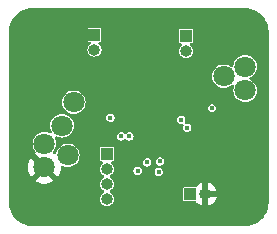
<source format=gbr>
%TF.GenerationSoftware,KiCad,Pcbnew,7.0.2-6a45011f42~172~ubuntu22.04.1*%
%TF.CreationDate,2023-05-25T16:12:51+01:00*%
%TF.ProjectId,module_stspin250,6d6f6475-6c65-45f7-9374-7370696e3235,rev?*%
%TF.SameCoordinates,Original*%
%TF.FileFunction,Copper,L2,Inr*%
%TF.FilePolarity,Positive*%
%FSLAX46Y46*%
G04 Gerber Fmt 4.6, Leading zero omitted, Abs format (unit mm)*
G04 Created by KiCad (PCBNEW 7.0.2-6a45011f42~172~ubuntu22.04.1) date 2023-05-25 16:12:51*
%MOMM*%
%LPD*%
G01*
G04 APERTURE LIST*
%TA.AperFunction,ComponentPad*%
%ADD10R,1.000000X1.000000*%
%TD*%
%TA.AperFunction,ComponentPad*%
%ADD11O,1.000000X1.000000*%
%TD*%
%TA.AperFunction,ComponentPad*%
%ADD12C,1.800000*%
%TD*%
%TA.AperFunction,ViaPad*%
%ADD13C,0.400000*%
%TD*%
G04 APERTURE END LIST*
D10*
%TO.N,VCC*%
%TO.C,J4*%
X15350000Y2700000D03*
D11*
%TO.N,GND*%
X16620000Y2700000D03*
%TD*%
D12*
%TO.N,PWMA*%
%TO.C,J5*%
X4500000Y8500000D03*
%TD*%
%TO.N,unconnected-(J9-Pin_1-Pad1)*%
%TO.C,J9*%
X20000000Y13500000D03*
%TD*%
%TO.N,+3.3V*%
%TO.C,J7*%
X5500000Y10500000D03*
%TD*%
%TO.N,GND*%
%TO.C,J8*%
X3000000Y5000000D03*
%TD*%
%TO.N,unconnected-(J9-Pin_1-Pad1)*%
%TO.C,J9*%
X20000000Y11500000D03*
%TD*%
D10*
%TO.N,OUTB1*%
%TO.C,J1*%
X15000000Y16100000D03*
D11*
%TO.N,OUTB2*%
X15000000Y14830000D03*
%TD*%
D12*
%TO.N,unconnected-(J10-Pin_1-Pad1)*%
%TO.C,J10*%
X18200000Y12700000D03*
%TD*%
%TO.N,unconnected-(J11-Pin_1-Pad1)*%
%TO.C,J11*%
X3000000Y7000000D03*
%TD*%
D10*
%TO.N,PWMA*%
%TO.C,J3*%
X8300000Y6100000D03*
D11*
%TO.N,PHA*%
X8300000Y4830000D03*
%TO.N,PWMB*%
X8300000Y3560000D03*
%TO.N,PHB*%
X8300000Y2290000D03*
%TD*%
D10*
%TO.N,OUTA1*%
%TO.C,J2*%
X7250000Y16220000D03*
D11*
%TO.N,OUTA2*%
X7250000Y14950000D03*
%TD*%
D12*
%TO.N,PHA*%
%TO.C,J6*%
X5000000Y6000000D03*
%TD*%
D13*
%TO.N,GND*%
X12800000Y6900000D03*
X15100000Y8900000D03*
X12100000Y7600000D03*
X13500000Y7600000D03*
X12800000Y8300000D03*
X12800000Y7600000D03*
%TO.N,VCC*%
X8600000Y9200000D03*
X17200000Y10000000D03*
%TO.N,OUTA1*%
X11700000Y5400000D03*
%TO.N,OUTB1*%
X14600000Y9000000D03*
%TO.N,OUTA2*%
X12700000Y4600000D03*
%TO.N,PWMB*%
X10200000Y7600000D03*
%TO.N,PWMA*%
X10900000Y4700000D03*
%TO.N,PHB*%
X9500000Y7600000D03*
%TO.N,/SENSE*%
X12800000Y5500000D03*
X15100000Y8327558D03*
%TD*%
%TA.AperFunction,Conductor*%
%TO.N,GND*%
G36*
X20004041Y18489236D02*
G01*
X20027062Y18487728D01*
X20251587Y18473012D01*
X20267647Y18470897D01*
X20506955Y18423296D01*
X20522606Y18419102D01*
X20753656Y18340671D01*
X20768634Y18334467D01*
X20987460Y18226554D01*
X21001506Y18218444D01*
X21204372Y18082894D01*
X21217241Y18073020D01*
X21400678Y17912149D01*
X21412147Y17900680D01*
X21573018Y17717243D01*
X21582892Y17704374D01*
X21718442Y17501508D01*
X21726552Y17487462D01*
X21834465Y17268637D01*
X21840672Y17253652D01*
X21919097Y17022620D01*
X21923295Y17006952D01*
X21970894Y16767654D01*
X21973011Y16751574D01*
X21989233Y16504092D01*
X21989499Y16495981D01*
X21989499Y2004052D01*
X21989234Y1995942D01*
X21973011Y1748423D01*
X21970893Y1732341D01*
X21923294Y1493049D01*
X21919096Y1477383D01*
X21840671Y1246350D01*
X21834464Y1231364D01*
X21726552Y1012540D01*
X21718442Y998493D01*
X21582891Y795627D01*
X21573017Y782759D01*
X21412147Y599322D01*
X21400678Y587853D01*
X21217241Y426983D01*
X21204373Y417109D01*
X21001507Y281558D01*
X20987460Y273448D01*
X20768636Y165536D01*
X20753650Y159329D01*
X20522617Y80904D01*
X20506951Y76706D01*
X20267659Y29107D01*
X20251577Y26989D01*
X20004043Y10765D01*
X19995933Y10500D01*
X2004067Y10500D01*
X1995957Y10765D01*
X1748422Y26989D01*
X1732340Y29107D01*
X1493048Y76706D01*
X1477382Y80904D01*
X1246349Y159329D01*
X1231363Y165536D01*
X1012539Y273448D01*
X998492Y281558D01*
X795626Y417109D01*
X782758Y426983D01*
X599321Y587853D01*
X587852Y599322D01*
X426982Y782759D01*
X417108Y795627D01*
X360311Y880629D01*
X281557Y998493D01*
X273447Y1012540D01*
X225942Y1108871D01*
X165532Y1231371D01*
X159331Y1246343D01*
X80900Y1477394D01*
X76708Y1493037D01*
X29104Y1732353D01*
X26989Y1748414D01*
X10765Y1995958D01*
X10500Y2004067D01*
X10500Y2028074D01*
X10499Y2028080D01*
X10499Y2290001D01*
X7704404Y2290001D01*
X7717427Y2191088D01*
X7724699Y2135849D01*
X7743766Y2089817D01*
X7779291Y2004052D01*
X7784200Y1992202D01*
X7878851Y1868851D01*
X8002202Y1774200D01*
X8145849Y1714699D01*
X8300000Y1694405D01*
X8454151Y1714699D01*
X8597798Y1774200D01*
X8721149Y1868851D01*
X8815800Y1992202D01*
X8875301Y2135849D01*
X8882573Y2191087D01*
X14759500Y2191087D01*
X14764750Y2164690D01*
X14764751Y2164689D01*
X14784753Y2134753D01*
X14814689Y2114751D01*
X14841087Y2109500D01*
X15752317Y2109501D01*
X15819356Y2089817D01*
X15848169Y2064167D01*
X15909471Y1989473D01*
X16061742Y1864507D01*
X16235463Y1771651D01*
X16370000Y1730840D01*
X16370000Y2492328D01*
X16407871Y2447195D01*
X16507129Y2389888D01*
X16591564Y2375000D01*
X16648436Y2375000D01*
X16732871Y2389888D01*
X16832129Y2447195D01*
X16834483Y2450000D01*
X16870000Y2450000D01*
X16870000Y1730841D01*
X17004536Y1771651D01*
X17178257Y1864507D01*
X17330527Y1989473D01*
X17455493Y2141743D01*
X17548350Y2315466D01*
X17589160Y2449999D01*
X17589160Y2450000D01*
X16870000Y2450000D01*
X16834483Y2450000D01*
X16905801Y2534993D01*
X16945000Y2642694D01*
X16945000Y2757306D01*
X16905801Y2865007D01*
X16832129Y2952805D01*
X16732871Y3010112D01*
X16648436Y3025000D01*
X16591564Y3025000D01*
X16507129Y3010112D01*
X16407871Y2952805D01*
X16370000Y2907673D01*
X16370000Y3669161D01*
X16870000Y3669161D01*
X16870000Y2950000D01*
X17589160Y2950000D01*
X17589160Y2950002D01*
X17548350Y3084535D01*
X17455493Y3258258D01*
X17330527Y3410528D01*
X17178257Y3535494D01*
X17004534Y3628351D01*
X16870001Y3669161D01*
X16870000Y3669161D01*
X16370000Y3669161D01*
X16369998Y3669161D01*
X16235465Y3628351D01*
X16061741Y3535494D01*
X15909471Y3410528D01*
X15848170Y3335834D01*
X15790424Y3296500D01*
X15752318Y3290500D01*
X14841086Y3290500D01*
X14814689Y3285250D01*
X14784753Y3265247D01*
X14764751Y3235312D01*
X14759500Y3208914D01*
X14759500Y2191087D01*
X8882573Y2191087D01*
X8895595Y2290000D01*
X8875301Y2444151D01*
X8815800Y2587797D01*
X8815800Y2587798D01*
X8721150Y2711148D01*
X8721147Y2711150D01*
X8597798Y2805800D01*
X8597797Y2805801D01*
X8591141Y2808558D01*
X8586598Y2810439D01*
X8532196Y2854279D01*
X8510130Y2920573D01*
X8527408Y2988272D01*
X8578545Y3035883D01*
X8586590Y3039558D01*
X8597798Y3044200D01*
X8721149Y3138851D01*
X8815800Y3262202D01*
X8875301Y3405849D01*
X8895595Y3560000D01*
X8875301Y3714151D01*
X8815800Y3857797D01*
X8815800Y3857798D01*
X8721150Y3981148D01*
X8721147Y3981150D01*
X8597798Y4075800D01*
X8597797Y4075801D01*
X8591141Y4078558D01*
X8586598Y4080439D01*
X8532196Y4124279D01*
X8510130Y4190573D01*
X8527408Y4258272D01*
X8578545Y4305883D01*
X8586590Y4309558D01*
X8597798Y4314200D01*
X8721149Y4408851D01*
X8815800Y4532202D01*
X8875301Y4675849D01*
X8878480Y4700000D01*
X10545130Y4700000D01*
X10562499Y4590340D01*
X10612904Y4491413D01*
X10691412Y4412905D01*
X10790339Y4362500D01*
X10899999Y4345131D01*
X10899999Y4345132D01*
X10900000Y4345131D01*
X11009661Y4362500D01*
X11108587Y4412905D01*
X11187095Y4491413D01*
X11237500Y4590339D01*
X11239030Y4600000D01*
X12345130Y4600000D01*
X12362499Y4490340D01*
X12412904Y4391413D01*
X12491412Y4312905D01*
X12584019Y4265720D01*
X12590339Y4262500D01*
X12700000Y4245131D01*
X12809661Y4262500D01*
X12908587Y4312905D01*
X12987095Y4391413D01*
X13037500Y4490339D01*
X13054869Y4600000D01*
X13037500Y4709661D01*
X13007376Y4768783D01*
X12987095Y4808588D01*
X12908588Y4887095D01*
X12836540Y4923805D01*
X12785744Y4971780D01*
X12768949Y5039601D01*
X12791486Y5105735D01*
X12846201Y5149187D01*
X12873429Y5156762D01*
X12909661Y5162500D01*
X13008587Y5212905D01*
X13087095Y5291413D01*
X13137500Y5390339D01*
X13154869Y5500000D01*
X13137500Y5609661D01*
X13098046Y5687095D01*
X13087095Y5708588D01*
X13008587Y5787096D01*
X12909660Y5837501D01*
X12800000Y5854870D01*
X12690339Y5837501D01*
X12591412Y5787096D01*
X12512904Y5708588D01*
X12462499Y5609661D01*
X12445130Y5500000D01*
X12462499Y5390340D01*
X12512904Y5291413D01*
X12591412Y5212905D01*
X12663458Y5176196D01*
X12714255Y5128222D01*
X12731050Y5060401D01*
X12708513Y4994266D01*
X12653798Y4950814D01*
X12626563Y4943238D01*
X12590338Y4937501D01*
X12491412Y4887096D01*
X12412904Y4808588D01*
X12362499Y4709661D01*
X12345130Y4600000D01*
X11239030Y4600000D01*
X11254869Y4700000D01*
X11237500Y4809661D01*
X11198046Y4887095D01*
X11187095Y4908588D01*
X11108587Y4987096D01*
X11009660Y5037501D01*
X10900000Y5054870D01*
X10790339Y5037501D01*
X10691412Y4987096D01*
X10612904Y4908588D01*
X10562499Y4809661D01*
X10545130Y4700000D01*
X8878480Y4700000D01*
X8895595Y4830000D01*
X8875301Y4984151D01*
X8828230Y5097788D01*
X8815800Y5127798D01*
X8721149Y5251150D01*
X8674264Y5287125D01*
X8633061Y5343552D01*
X8629698Y5400000D01*
X11345130Y5400000D01*
X11362499Y5290340D01*
X11412904Y5191413D01*
X11491412Y5112905D01*
X11590339Y5062500D01*
X11699999Y5045131D01*
X11699999Y5045132D01*
X11700000Y5045131D01*
X11809661Y5062500D01*
X11908587Y5112905D01*
X11987095Y5191413D01*
X12037500Y5290339D01*
X12054869Y5400000D01*
X12037500Y5509661D01*
X12009462Y5564689D01*
X11987095Y5608588D01*
X11908587Y5687096D01*
X11809660Y5737501D01*
X11700000Y5754870D01*
X11590339Y5737501D01*
X11491412Y5687096D01*
X11412904Y5608588D01*
X11362499Y5509661D01*
X11345130Y5400000D01*
X8629698Y5400000D01*
X8628906Y5413298D01*
X8663118Y5474219D01*
X8724835Y5506972D01*
X8749749Y5509501D01*
X8808912Y5509501D01*
X8808913Y5509501D01*
X8822111Y5512126D01*
X8835311Y5514751D01*
X8865247Y5534753D01*
X8885249Y5564689D01*
X8890500Y5591087D01*
X8890499Y6608912D01*
X8888469Y6619118D01*
X8885249Y6635311D01*
X8885248Y6635312D01*
X8865247Y6665247D01*
X8835311Y6685249D01*
X8808913Y6690500D01*
X7791086Y6690500D01*
X7764689Y6685250D01*
X7734753Y6665247D01*
X7714751Y6635312D01*
X7709500Y6608914D01*
X7709500Y5591087D01*
X7714750Y5564690D01*
X7714751Y5564689D01*
X7734753Y5534753D01*
X7764689Y5514751D01*
X7791087Y5509500D01*
X7850249Y5509501D01*
X7917286Y5489817D01*
X7963042Y5437014D01*
X7972986Y5367856D01*
X7943962Y5304300D01*
X7925735Y5287126D01*
X7878851Y5251151D01*
X7784199Y5127798D01*
X7724699Y4984151D01*
X7704404Y4830000D01*
X7721860Y4697412D01*
X7724699Y4675849D01*
X7784200Y4532202D01*
X7878851Y4408851D01*
X8002202Y4314200D01*
X8009929Y4311000D01*
X8013401Y4309561D01*
X8067804Y4265720D01*
X8089869Y4199426D01*
X8072590Y4131726D01*
X8021452Y4084116D01*
X8013402Y4080440D01*
X8002204Y4075802D01*
X7878850Y3981150D01*
X7784199Y3857798D01*
X7724699Y3714151D01*
X7704404Y3560000D01*
X7722337Y3423783D01*
X7724699Y3405849D01*
X7766772Y3304276D01*
X7774653Y3285249D01*
X7784200Y3262202D01*
X7878851Y3138851D01*
X8002202Y3044200D01*
X8009929Y3041000D01*
X8013401Y3039561D01*
X8067804Y2995720D01*
X8089869Y2929426D01*
X8072590Y2861726D01*
X8021452Y2814116D01*
X8013402Y2810440D01*
X8002204Y2805802D01*
X7878850Y2711150D01*
X7784199Y2587798D01*
X7724699Y2444151D01*
X7704404Y2290001D01*
X10499Y2290001D01*
X10499Y5000001D01*
X1595201Y5000001D01*
X1614361Y4768783D01*
X1671319Y4543861D01*
X1764516Y4331391D01*
X1848811Y4202367D01*
X2437226Y4790781D01*
X2475901Y4697412D01*
X2572075Y4572075D01*
X2697412Y4475901D01*
X2790779Y4437228D01*
X2201199Y3847649D01*
X2231650Y3823949D01*
X2435700Y3713523D01*
X2655140Y3638189D01*
X2883993Y3600000D01*
X3116007Y3600000D01*
X3344859Y3638189D01*
X3564296Y3713522D01*
X3768353Y3823952D01*
X3798798Y3847649D01*
X3209220Y4437227D01*
X3302588Y4475901D01*
X3427925Y4572075D01*
X3524099Y4697411D01*
X3562773Y4790780D01*
X4151186Y4202366D01*
X4235483Y4331393D01*
X4328680Y4543862D01*
X4385638Y4768783D01*
X4404688Y4998670D01*
X4429841Y5063855D01*
X4486243Y5105093D01*
X4555986Y5109291D01*
X4586715Y5097789D01*
X4619118Y5080469D01*
X4805828Y5023831D01*
X5000000Y5004707D01*
X5194172Y5023831D01*
X5380882Y5080469D01*
X5552955Y5172444D01*
X5703778Y5296222D01*
X5827556Y5447045D01*
X5919531Y5619118D01*
X5976169Y5805828D01*
X5995293Y6000000D01*
X5976169Y6194172D01*
X5919531Y6380882D01*
X5827556Y6552955D01*
X5703778Y6703778D01*
X5552955Y6827556D01*
X5530732Y6839434D01*
X5380881Y6919532D01*
X5194173Y6976169D01*
X5097085Y6985731D01*
X5000000Y6995293D01*
X4999999Y6995293D01*
X4805826Y6976169D01*
X4619118Y6919532D01*
X4447046Y6827557D01*
X4296222Y6703778D01*
X4172443Y6552954D01*
X4080468Y6380882D01*
X4022977Y6191361D01*
X3984679Y6132923D01*
X3920867Y6104466D01*
X3851800Y6115027D01*
X3828155Y6129503D01*
X3769181Y6175404D01*
X3728368Y6232115D01*
X3724693Y6301888D01*
X3749487Y6351919D01*
X3827556Y6447045D01*
X3919531Y6619118D01*
X3976169Y6805828D01*
X3995293Y7000000D01*
X3976169Y7194172D01*
X3919531Y7380882D01*
X3883042Y7449147D01*
X3868801Y7517549D01*
X3893801Y7582793D01*
X3950106Y7624163D01*
X4019840Y7628525D01*
X4050853Y7616958D01*
X4119118Y7580469D01*
X4305828Y7523831D01*
X4500000Y7504707D01*
X4694172Y7523831D01*
X4880882Y7580469D01*
X4917422Y7600000D01*
X9145130Y7600000D01*
X9162499Y7490340D01*
X9212904Y7391413D01*
X9291412Y7312905D01*
X9390339Y7262500D01*
X9500000Y7245131D01*
X9609661Y7262500D01*
X9708587Y7312905D01*
X9762319Y7366636D01*
X9823642Y7400121D01*
X9893334Y7395137D01*
X9937681Y7366636D01*
X9991412Y7312905D01*
X10090339Y7262500D01*
X10200000Y7245131D01*
X10309661Y7262500D01*
X10408587Y7312905D01*
X10487095Y7391413D01*
X10537500Y7490339D01*
X10554869Y7600000D01*
X10537500Y7709661D01*
X10537499Y7709662D01*
X10487095Y7808588D01*
X10408587Y7887096D01*
X10309660Y7937501D01*
X10200000Y7954870D01*
X10090339Y7937501D01*
X9991412Y7887096D01*
X9937681Y7833364D01*
X9876358Y7799879D01*
X9806666Y7804863D01*
X9762319Y7833364D01*
X9708587Y7887096D01*
X9609660Y7937501D01*
X9500000Y7954870D01*
X9390339Y7937501D01*
X9291412Y7887096D01*
X9212904Y7808588D01*
X9162499Y7709661D01*
X9145130Y7600000D01*
X4917422Y7600000D01*
X5052955Y7672444D01*
X5203778Y7796222D01*
X5327556Y7947045D01*
X5419531Y8119118D01*
X5476169Y8305828D01*
X5495293Y8500000D01*
X5476169Y8694172D01*
X5419531Y8880882D01*
X5327556Y9052955D01*
X5206879Y9200000D01*
X8245130Y9200000D01*
X8262499Y9090340D01*
X8312904Y8991413D01*
X8391412Y8912905D01*
X8454262Y8880882D01*
X8490339Y8862500D01*
X8600000Y8845131D01*
X8709661Y8862500D01*
X8808587Y8912905D01*
X8887095Y8991413D01*
X8891470Y9000000D01*
X14245130Y9000000D01*
X14262499Y8890340D01*
X14312904Y8791413D01*
X14391412Y8712905D01*
X14490339Y8662500D01*
X14599999Y8645131D01*
X14599999Y8645132D01*
X14600000Y8645131D01*
X14651632Y8653309D01*
X14720925Y8644355D01*
X14774378Y8599359D01*
X14795018Y8532608D01*
X14781516Y8474542D01*
X14762499Y8437220D01*
X14745130Y8327558D01*
X14762499Y8217898D01*
X14812904Y8118971D01*
X14891412Y8040463D01*
X14990339Y7990058D01*
X15099999Y7972689D01*
X15099999Y7972690D01*
X15100000Y7972689D01*
X15209661Y7990058D01*
X15308587Y8040463D01*
X15387095Y8118971D01*
X15437500Y8217897D01*
X15454869Y8327558D01*
X15437500Y8437219D01*
X15405512Y8500000D01*
X15387095Y8536146D01*
X15308587Y8614654D01*
X15209660Y8665059D01*
X15099998Y8682428D01*
X15048365Y8674250D01*
X14979072Y8683205D01*
X14925620Y8728201D01*
X14904981Y8794953D01*
X14918483Y8853017D01*
X14937500Y8890339D01*
X14954869Y9000000D01*
X14937500Y9109661D01*
X14887095Y9208588D01*
X14808587Y9287096D01*
X14709660Y9337501D01*
X14599999Y9354870D01*
X14490339Y9337501D01*
X14391412Y9287096D01*
X14312904Y9208588D01*
X14262499Y9109661D01*
X14245130Y9000000D01*
X8891470Y9000000D01*
X8937500Y9090339D01*
X8954869Y9200000D01*
X8937500Y9309661D01*
X8928382Y9327557D01*
X8887095Y9408588D01*
X8808587Y9487096D01*
X8709660Y9537501D01*
X8600000Y9554870D01*
X8490339Y9537501D01*
X8391412Y9487096D01*
X8312904Y9408588D01*
X8262499Y9309661D01*
X8245130Y9200000D01*
X5206879Y9200000D01*
X5203778Y9203778D01*
X5052955Y9327556D01*
X5001854Y9354870D01*
X4880881Y9419532D01*
X4694173Y9476169D01*
X4583227Y9487096D01*
X4500000Y9495293D01*
X4499999Y9495293D01*
X4305826Y9476169D01*
X4119118Y9419532D01*
X3947046Y9327557D01*
X3796222Y9203778D01*
X3672443Y9052954D01*
X3580468Y8880882D01*
X3523831Y8694174D01*
X3504707Y8500000D01*
X3523831Y8305827D01*
X3550504Y8217897D01*
X3580469Y8119118D01*
X3616957Y8050854D01*
X3631198Y7982452D01*
X3606198Y7917208D01*
X3549892Y7875838D01*
X3480159Y7871476D01*
X3449148Y7883042D01*
X3380882Y7919531D01*
X3380879Y7919532D01*
X3380877Y7919533D01*
X3194173Y7976169D01*
X3097085Y7985731D01*
X3000000Y7995293D01*
X2999999Y7995293D01*
X2805826Y7976169D01*
X2619118Y7919532D01*
X2447046Y7827557D01*
X2296222Y7703778D01*
X2172443Y7552954D01*
X2080468Y7380882D01*
X2023831Y7194174D01*
X2004707Y7000000D01*
X2023831Y6805827D01*
X2080468Y6619119D01*
X2172443Y6447046D01*
X2250509Y6351923D01*
X2277822Y6287613D01*
X2266031Y6218746D01*
X2230815Y6175402D01*
X2201200Y6152354D01*
X2201200Y6152353D01*
X2790779Y5562774D01*
X2697412Y5524099D01*
X2572075Y5427925D01*
X2475901Y5302589D01*
X2437226Y5209221D01*
X1848812Y5797635D01*
X1764516Y5668610D01*
X1671319Y5456140D01*
X1614361Y5231218D01*
X1595201Y5000001D01*
X10499Y5000001D01*
X10499Y10500000D01*
X4504707Y10500000D01*
X4523831Y10305827D01*
X4580468Y10119119D01*
X4644138Y10000001D01*
X4672444Y9947045D01*
X4796222Y9796222D01*
X4947045Y9672444D01*
X5119118Y9580469D01*
X5305828Y9523831D01*
X5500000Y9504707D01*
X5694172Y9523831D01*
X5880882Y9580469D01*
X6052955Y9672444D01*
X6203778Y9796222D01*
X6327556Y9947045D01*
X6355861Y10000000D01*
X16845130Y10000000D01*
X16862499Y9890340D01*
X16912904Y9791413D01*
X16991412Y9712905D01*
X17090339Y9662501D01*
X17090339Y9662500D01*
X17200000Y9645131D01*
X17309661Y9662500D01*
X17408587Y9712905D01*
X17487095Y9791413D01*
X17537500Y9890339D01*
X17554869Y10000000D01*
X17537500Y10109661D01*
X17532681Y10119119D01*
X17487095Y10208588D01*
X17408587Y10287096D01*
X17309660Y10337501D01*
X17199999Y10354870D01*
X17090339Y10337501D01*
X16991412Y10287096D01*
X16912904Y10208588D01*
X16862499Y10109661D01*
X16845130Y10000000D01*
X6355861Y10000000D01*
X6419531Y10119118D01*
X6476169Y10305828D01*
X6495293Y10500000D01*
X6476169Y10694172D01*
X6419531Y10880882D01*
X6327556Y11052955D01*
X6203778Y11203778D01*
X6052955Y11327556D01*
X6030732Y11339434D01*
X5880881Y11419532D01*
X5694173Y11476169D01*
X5597085Y11485731D01*
X5500000Y11495293D01*
X5499999Y11495293D01*
X5305826Y11476169D01*
X5119118Y11419532D01*
X4947046Y11327557D01*
X4796222Y11203778D01*
X4672443Y11052954D01*
X4580468Y10880882D01*
X4523831Y10694174D01*
X4504707Y10500000D01*
X10499Y10500000D01*
X10499Y12700000D01*
X17204707Y12700000D01*
X17223831Y12505827D01*
X17280468Y12319119D01*
X17360566Y12169268D01*
X17372444Y12147045D01*
X17496222Y11996222D01*
X17647045Y11872444D01*
X17819118Y11780469D01*
X18005828Y11723831D01*
X18200000Y11704707D01*
X18394172Y11723831D01*
X18580882Y11780469D01*
X18752955Y11872444D01*
X18869639Y11968205D01*
X18933945Y11995517D01*
X19002812Y11983726D01*
X19054373Y11936575D01*
X19072257Y11869033D01*
X19066962Y11836356D01*
X19023830Y11694171D01*
X19004707Y11500000D01*
X19023831Y11305827D01*
X19080468Y11119119D01*
X19080469Y11119118D01*
X19172444Y10947045D01*
X19296222Y10796222D01*
X19447045Y10672444D01*
X19619118Y10580469D01*
X19805828Y10523831D01*
X20000000Y10504707D01*
X20194172Y10523831D01*
X20380882Y10580469D01*
X20552955Y10672444D01*
X20703778Y10796222D01*
X20827556Y10947045D01*
X20919531Y11119118D01*
X20976169Y11305828D01*
X20995293Y11500000D01*
X20976169Y11694172D01*
X20919531Y11880882D01*
X20827556Y12052955D01*
X20703778Y12203778D01*
X20552955Y12327556D01*
X20434928Y12390643D01*
X20385085Y12439604D01*
X20369624Y12507742D01*
X20393455Y12573421D01*
X20434929Y12609358D01*
X20434933Y12609360D01*
X20552955Y12672444D01*
X20703778Y12796222D01*
X20827556Y12947045D01*
X20919531Y13119118D01*
X20976169Y13305828D01*
X20995293Y13500000D01*
X20976169Y13694172D01*
X20919531Y13880882D01*
X20827556Y14052955D01*
X20703778Y14203778D01*
X20552955Y14327556D01*
X20464755Y14374700D01*
X20380881Y14419532D01*
X20194173Y14476169D01*
X20097085Y14485731D01*
X20000000Y14495293D01*
X19999999Y14495293D01*
X19805826Y14476169D01*
X19619118Y14419532D01*
X19447046Y14327557D01*
X19296222Y14203778D01*
X19172443Y14052954D01*
X19080468Y13880882D01*
X19023831Y13694174D01*
X19011129Y13565210D01*
X18984968Y13500422D01*
X18927933Y13460064D01*
X18858133Y13456947D01*
X18809061Y13481511D01*
X18752954Y13527557D01*
X18580881Y13619532D01*
X18394173Y13676169D01*
X18297085Y13685731D01*
X18200000Y13695293D01*
X18199999Y13695293D01*
X18005826Y13676169D01*
X17819118Y13619532D01*
X17647046Y13527557D01*
X17496222Y13403778D01*
X17372443Y13252954D01*
X17280468Y13080882D01*
X17223831Y12894174D01*
X17204707Y12700000D01*
X10499Y12700000D01*
X10499Y14950001D01*
X6654404Y14950001D01*
X6670203Y14830000D01*
X6674699Y14795849D01*
X6734200Y14652202D01*
X6828851Y14528851D01*
X6952202Y14434200D01*
X7095849Y14374699D01*
X7250000Y14354405D01*
X7404151Y14374699D01*
X7547798Y14434200D01*
X7671149Y14528851D01*
X7765800Y14652202D01*
X7825301Y14795849D01*
X7829797Y14830000D01*
X14404404Y14830000D01*
X14422337Y14693783D01*
X14424699Y14675849D01*
X14484200Y14532202D01*
X14578851Y14408851D01*
X14702202Y14314200D01*
X14845849Y14254699D01*
X15000000Y14234405D01*
X15154151Y14254699D01*
X15297798Y14314200D01*
X15421149Y14408851D01*
X15515800Y14532202D01*
X15575301Y14675849D01*
X15595595Y14830000D01*
X15575301Y14984151D01*
X15515800Y15127797D01*
X15515800Y15127798D01*
X15421149Y15251150D01*
X15374264Y15287125D01*
X15333061Y15343552D01*
X15328906Y15413298D01*
X15363118Y15474219D01*
X15424835Y15506972D01*
X15449749Y15509501D01*
X15508912Y15509501D01*
X15508913Y15509501D01*
X15522111Y15512126D01*
X15535311Y15514751D01*
X15565247Y15534753D01*
X15585249Y15564689D01*
X15590500Y15591087D01*
X15590499Y16608912D01*
X15585249Y16635311D01*
X15565247Y16665247D01*
X15535311Y16685249D01*
X15508913Y16690500D01*
X14491086Y16690500D01*
X14464689Y16685250D01*
X14434753Y16665247D01*
X14414751Y16635312D01*
X14409500Y16608914D01*
X14409500Y15591087D01*
X14414750Y15564690D01*
X14414751Y15564689D01*
X14434753Y15534753D01*
X14464689Y15514751D01*
X14491087Y15509500D01*
X14550249Y15509501D01*
X14617286Y15489817D01*
X14663042Y15437014D01*
X14672986Y15367856D01*
X14643962Y15304300D01*
X14625735Y15287126D01*
X14578851Y15251151D01*
X14484199Y15127798D01*
X14424699Y14984151D01*
X14404404Y14830000D01*
X7829797Y14830000D01*
X7845595Y14950000D01*
X7825301Y15104151D01*
X7765800Y15247797D01*
X7765800Y15247798D01*
X7671149Y15371150D01*
X7624264Y15407125D01*
X7583061Y15463552D01*
X7578906Y15533298D01*
X7613118Y15594219D01*
X7674835Y15626972D01*
X7699749Y15629501D01*
X7758912Y15629501D01*
X7758913Y15629501D01*
X7772111Y15632126D01*
X7785311Y15634751D01*
X7815247Y15654753D01*
X7835249Y15684689D01*
X7840500Y15711087D01*
X7840499Y16728912D01*
X7835249Y16755311D01*
X7815247Y16785247D01*
X7785311Y16805249D01*
X7758913Y16810500D01*
X6741086Y16810500D01*
X6714689Y16805250D01*
X6684753Y16785247D01*
X6664751Y16755312D01*
X6659500Y16728914D01*
X6659500Y15711087D01*
X6664750Y15684690D01*
X6664751Y15684689D01*
X6684753Y15654753D01*
X6714689Y15634751D01*
X6741087Y15629500D01*
X6800249Y15629501D01*
X6867286Y15609817D01*
X6913042Y15557014D01*
X6922986Y15487856D01*
X6893962Y15424300D01*
X6875735Y15407126D01*
X6828851Y15371151D01*
X6734199Y15247798D01*
X6674699Y15104151D01*
X6654404Y14950001D01*
X10499Y14950001D01*
X10499Y16495951D01*
X10765Y16504061D01*
X10767Y16504092D01*
X26988Y16751580D01*
X29103Y16767647D01*
X76706Y17006961D01*
X80899Y17022608D01*
X159330Y17253659D01*
X165531Y17268630D01*
X273450Y17487468D01*
X281557Y17501508D01*
X417107Y17704374D01*
X426972Y17717233D01*
X587856Y17900686D01*
X599314Y17912144D01*
X782767Y18073028D01*
X795621Y18082890D01*
X998490Y18218443D01*
X1012532Y18226550D01*
X1231370Y18334469D01*
X1246341Y18340670D01*
X1477392Y18419101D01*
X1493039Y18423294D01*
X1732353Y18470897D01*
X1748405Y18473011D01*
X1995970Y18489237D01*
X2004051Y18489501D01*
X19995932Y18489501D01*
X20004041Y18489236D01*
G37*
%TD.AperFunction*%
%TD*%
M02*

</source>
